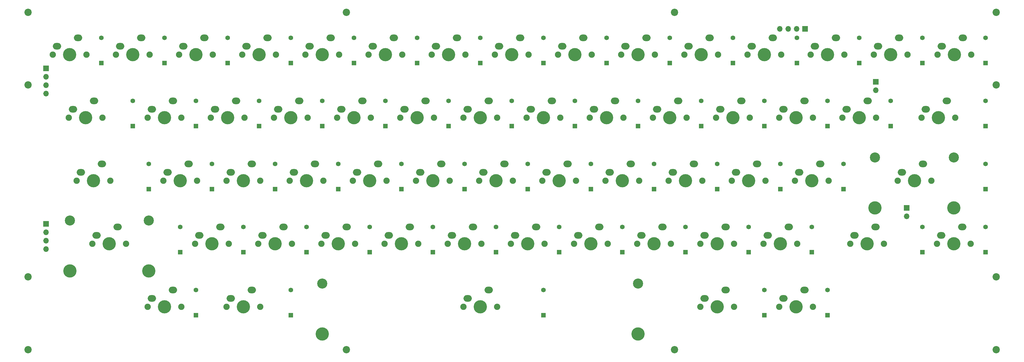
<source format=gbr>
G04 #@! TF.GenerationSoftware,KiCad,Pcbnew,(6.0.11)*
G04 #@! TF.CreationDate,2024-11-25T11:34:00+09:00*
G04 #@! TF.ProjectId,Flame60_PCB_Layer1,466c616d-6536-4305-9f50-43425f4c6179,rev?*
G04 #@! TF.SameCoordinates,Original*
G04 #@! TF.FileFunction,Soldermask,Bot*
G04 #@! TF.FilePolarity,Negative*
%FSLAX46Y46*%
G04 Gerber Fmt 4.6, Leading zero omitted, Abs format (unit mm)*
G04 Created by KiCad (PCBNEW (6.0.11)) date 2024-11-25 11:34:00*
%MOMM*%
%LPD*%
G01*
G04 APERTURE LIST*
%ADD10C,4.000000*%
%ADD11C,1.900000*%
%ADD12O,2.500000X2.000000*%
%ADD13C,2.200000*%
%ADD14C,3.050000*%
%ADD15R,1.397000X1.397000*%
%ADD16C,1.397000*%
%ADD17R,1.700000X1.700000*%
%ADD18O,1.700000X1.700000*%
G04 APERTURE END LIST*
D10*
X345281250Y-130968750D03*
D11*
X350361250Y-130968750D03*
X340201250Y-130968750D03*
D12*
X341471250Y-128428750D03*
X347821250Y-125888750D03*
D11*
X88423750Y-92868750D03*
X78263750Y-92868750D03*
D10*
X83343750Y-92868750D03*
D12*
X79533750Y-90328750D03*
X85883750Y-87788750D03*
D11*
X149701250Y-73818750D03*
X159861250Y-73818750D03*
D10*
X154781250Y-73818750D03*
D12*
X150971250Y-71278750D03*
X157321250Y-68738750D03*
D10*
X85725000Y-111918750D03*
D11*
X80645000Y-111918750D03*
X90805000Y-111918750D03*
D12*
X81915000Y-109378750D03*
X88265000Y-106838750D03*
D13*
X358000000Y-61000000D03*
D10*
X111918750Y-111918750D03*
D11*
X106838750Y-111918750D03*
X116998750Y-111918750D03*
D12*
X108108750Y-109378750D03*
X114458750Y-106838750D03*
D13*
X358000000Y-141000000D03*
D11*
X255111250Y-73818750D03*
D10*
X250031250Y-73818750D03*
D11*
X244951250Y-73818750D03*
D12*
X246221250Y-71278750D03*
X252571250Y-68738750D03*
D10*
X333375000Y-111918750D03*
D14*
X321475000Y-104918750D03*
D10*
X345275000Y-120158750D03*
X321475000Y-120158750D03*
D11*
X338455000Y-111918750D03*
X328295000Y-111918750D03*
D14*
X345275000Y-104918750D03*
D12*
X329565000Y-109378750D03*
X335915000Y-106838750D03*
D10*
X297656250Y-92868750D03*
D11*
X302736250Y-92868750D03*
X292576250Y-92868750D03*
D12*
X293846250Y-90328750D03*
X300196250Y-87788750D03*
D11*
X116363750Y-130968750D03*
D10*
X121443750Y-130968750D03*
D11*
X126523750Y-130968750D03*
D12*
X117633750Y-128428750D03*
X123983750Y-125888750D03*
D11*
X136048750Y-111918750D03*
X125888750Y-111918750D03*
D10*
X130968750Y-111918750D03*
D12*
X127158750Y-109378750D03*
X133508750Y-106838750D03*
D10*
X273843750Y-130968750D03*
D11*
X278923750Y-130968750D03*
X268763750Y-130968750D03*
D12*
X270033750Y-128428750D03*
X276383750Y-125888750D03*
D10*
X140493750Y-130968750D03*
D11*
X135413750Y-130968750D03*
X145573750Y-130968750D03*
D12*
X136683750Y-128428750D03*
X143033750Y-125888750D03*
D13*
X162000000Y-163000000D03*
D11*
X240823750Y-130968750D03*
X230663750Y-130968750D03*
D10*
X235743750Y-130968750D03*
D12*
X231933750Y-128428750D03*
X238283750Y-125888750D03*
D13*
X261000000Y-163000000D03*
X66000000Y-61000000D03*
D10*
X97631250Y-73818750D03*
D11*
X92551250Y-73818750D03*
X102711250Y-73818750D03*
D12*
X93821250Y-71278750D03*
X100171250Y-68738750D03*
D11*
X278288750Y-111918750D03*
D10*
X283368750Y-111918750D03*
D11*
X288448750Y-111918750D03*
D12*
X279558750Y-109378750D03*
X285908750Y-106838750D03*
D11*
X73501250Y-73818750D03*
D10*
X78581250Y-73818750D03*
D11*
X83661250Y-73818750D03*
D12*
X74771250Y-71278750D03*
X81121250Y-68738750D03*
D10*
X164306250Y-92868750D03*
D11*
X159226250Y-92868750D03*
X169386250Y-92868750D03*
D12*
X160496250Y-90328750D03*
X166846250Y-87788750D03*
D11*
X217011250Y-73818750D03*
D10*
X211931250Y-73818750D03*
D11*
X206851250Y-73818750D03*
D12*
X208121250Y-71278750D03*
X214471250Y-68738750D03*
D11*
X216376250Y-92868750D03*
X226536250Y-92868750D03*
D10*
X221456250Y-92868750D03*
D12*
X217646250Y-90328750D03*
X223996250Y-87788750D03*
D11*
X125888750Y-150018750D03*
X136048750Y-150018750D03*
D10*
X130968750Y-150018750D03*
D12*
X127158750Y-147478750D03*
X133508750Y-144938750D03*
D14*
X102387500Y-123968750D03*
D11*
X85407500Y-130968750D03*
D10*
X78587500Y-139208750D03*
X90487500Y-130968750D03*
D14*
X78587500Y-123968750D03*
D11*
X95567500Y-130968750D03*
D10*
X102387500Y-139208750D03*
D12*
X86677500Y-128428750D03*
X93027500Y-125888750D03*
D11*
X283051250Y-73818750D03*
D10*
X288131250Y-73818750D03*
D11*
X293211250Y-73818750D03*
D12*
X284321250Y-71278750D03*
X290671250Y-68738750D03*
D13*
X358000000Y-163000000D03*
X66000000Y-83000000D03*
D10*
X154781250Y-158258750D03*
X250031250Y-158258750D03*
X202406250Y-150018750D03*
D11*
X207486250Y-150018750D03*
D14*
X250031250Y-143018750D03*
D11*
X197326250Y-150018750D03*
D14*
X154781250Y-143018750D03*
D12*
X198596250Y-147478750D03*
X204946250Y-144938750D03*
D10*
X188118750Y-111918750D03*
D11*
X193198750Y-111918750D03*
X183038750Y-111918750D03*
D12*
X184308750Y-109378750D03*
X190658750Y-106838750D03*
D11*
X331311250Y-73818750D03*
D10*
X326231250Y-73818750D03*
D11*
X321151250Y-73818750D03*
D12*
X322421250Y-71278750D03*
X328771250Y-68738750D03*
D11*
X121126250Y-92868750D03*
X131286250Y-92868750D03*
D10*
X126206250Y-92868750D03*
D12*
X122396250Y-90328750D03*
X128746250Y-87788750D03*
D11*
X188436250Y-92868750D03*
D10*
X183356250Y-92868750D03*
D11*
X178276250Y-92868750D03*
D12*
X179546250Y-90328750D03*
X185896250Y-87788750D03*
D10*
X169068750Y-111918750D03*
D11*
X174148750Y-111918750D03*
X163988750Y-111918750D03*
D12*
X165258750Y-109378750D03*
X171608750Y-106838750D03*
D10*
X269081250Y-73818750D03*
D11*
X264001250Y-73818750D03*
X274161250Y-73818750D03*
D12*
X265271250Y-71278750D03*
X271621250Y-68738750D03*
D11*
X140811250Y-73818750D03*
X130651250Y-73818750D03*
D10*
X135731250Y-73818750D03*
D12*
X131921250Y-71278750D03*
X138271250Y-68738750D03*
D11*
X221138750Y-111918750D03*
X231298750Y-111918750D03*
D10*
X226218750Y-111918750D03*
D12*
X222408750Y-109378750D03*
X228758750Y-106838750D03*
D11*
X155098750Y-111918750D03*
X144938750Y-111918750D03*
D10*
X150018750Y-111918750D03*
D12*
X146208750Y-109378750D03*
X152558750Y-106838750D03*
D11*
X221773750Y-130968750D03*
X211613750Y-130968750D03*
D10*
X216693750Y-130968750D03*
D12*
X212883750Y-128428750D03*
X219233750Y-125888750D03*
D10*
X116681250Y-73818750D03*
D11*
X111601250Y-73818750D03*
X121761250Y-73818750D03*
D12*
X112871250Y-71278750D03*
X119221250Y-68738750D03*
D11*
X335474500Y-92868750D03*
D10*
X340554500Y-92868750D03*
D11*
X345634500Y-92868750D03*
D12*
X336744500Y-90328750D03*
X343094500Y-87788750D03*
D10*
X245268750Y-111918750D03*
D11*
X250348750Y-111918750D03*
X240188750Y-111918750D03*
D12*
X241458750Y-109378750D03*
X247808750Y-106838750D03*
D10*
X173831250Y-73818750D03*
D11*
X168751250Y-73818750D03*
X178911250Y-73818750D03*
D12*
X170021250Y-71278750D03*
X176371250Y-68738750D03*
D10*
X273843750Y-150018750D03*
D11*
X278923750Y-150018750D03*
X268763750Y-150018750D03*
D12*
X270033750Y-147478750D03*
X276383750Y-144938750D03*
D11*
X259873750Y-130968750D03*
D10*
X254793750Y-130968750D03*
D11*
X249713750Y-130968750D03*
D12*
X250983750Y-128428750D03*
X257333750Y-125888750D03*
D11*
X197961250Y-73818750D03*
D10*
X192881250Y-73818750D03*
D11*
X187801250Y-73818750D03*
D12*
X189071250Y-71278750D03*
X195421250Y-68738750D03*
D11*
X212248750Y-111918750D03*
D10*
X207168750Y-111918750D03*
D11*
X202088750Y-111918750D03*
D12*
X203358750Y-109378750D03*
X209708750Y-106838750D03*
D10*
X159543750Y-130968750D03*
D11*
X164623750Y-130968750D03*
X154463750Y-130968750D03*
D12*
X155733750Y-128428750D03*
X162083750Y-125888750D03*
D11*
X202723750Y-130968750D03*
X192563750Y-130968750D03*
D10*
X197643750Y-130968750D03*
D12*
X193833750Y-128428750D03*
X200183750Y-125888750D03*
D11*
X321786250Y-92868750D03*
D10*
X316706250Y-92868750D03*
D11*
X311626250Y-92868750D03*
D12*
X312896250Y-90328750D03*
X319246250Y-87788750D03*
D11*
X307498750Y-111918750D03*
D10*
X302418750Y-111918750D03*
D11*
X297338750Y-111918750D03*
D12*
X298608750Y-109378750D03*
X304958750Y-106838750D03*
D13*
X66000000Y-163000000D03*
D11*
X302101250Y-73818750D03*
X312261250Y-73818750D03*
D10*
X307181250Y-73818750D03*
D12*
X303371250Y-71278750D03*
X309721250Y-68738750D03*
D13*
X358000000Y-83000000D03*
D11*
X297973750Y-130968750D03*
D10*
X292893750Y-130968750D03*
D11*
X287813750Y-130968750D03*
D12*
X289083750Y-128428750D03*
X295433750Y-125888750D03*
D10*
X145256250Y-92868750D03*
D11*
X150336250Y-92868750D03*
X140176250Y-92868750D03*
D12*
X141446250Y-90328750D03*
X147796250Y-87788750D03*
D11*
X173513750Y-130968750D03*
X183673750Y-130968750D03*
D10*
X178593750Y-130968750D03*
D12*
X174783750Y-128428750D03*
X181133750Y-125888750D03*
D10*
X240506250Y-92868750D03*
D11*
X245586250Y-92868750D03*
X235426250Y-92868750D03*
D12*
X236696250Y-90328750D03*
X243046250Y-87788750D03*
D11*
X112236250Y-150018750D03*
D10*
X107156250Y-150018750D03*
D11*
X102076250Y-150018750D03*
D12*
X103346250Y-147478750D03*
X109696250Y-144938750D03*
D13*
X66000000Y-141000000D03*
D11*
X197326250Y-92868750D03*
X207486250Y-92868750D03*
D10*
X202406250Y-92868750D03*
D12*
X198596250Y-90328750D03*
X204946250Y-87788750D03*
D10*
X230981250Y-73818750D03*
D11*
X236061250Y-73818750D03*
X225901250Y-73818750D03*
D12*
X227171250Y-71278750D03*
X233521250Y-68738750D03*
D11*
X324167500Y-130968750D03*
D10*
X319087500Y-130968750D03*
D11*
X314007500Y-130968750D03*
D12*
X315277500Y-128428750D03*
X321627500Y-125888750D03*
D13*
X162000000Y-61000000D03*
D11*
X273526250Y-92868750D03*
D10*
X278606250Y-92868750D03*
D11*
X283686250Y-92868750D03*
D12*
X274796250Y-90328750D03*
X281146250Y-87788750D03*
D13*
X261000000Y-61000000D03*
D11*
X254476250Y-92868750D03*
D10*
X259556250Y-92868750D03*
D11*
X264636250Y-92868750D03*
D12*
X255746250Y-90328750D03*
X262096250Y-87788750D03*
D11*
X269398750Y-111918750D03*
X259238750Y-111918750D03*
D10*
X264318750Y-111918750D03*
D12*
X260508750Y-109378750D03*
X266858750Y-106838750D03*
D11*
X102076250Y-92868750D03*
D10*
X107156250Y-92868750D03*
D11*
X112236250Y-92868750D03*
D12*
X103346250Y-90328750D03*
X109696250Y-87788750D03*
D11*
X302736250Y-150018750D03*
X292576250Y-150018750D03*
D10*
X297656250Y-150018750D03*
D12*
X293846250Y-147478750D03*
X300196250Y-144938750D03*
D10*
X345376500Y-73818750D03*
D11*
X350456500Y-73818750D03*
X340296500Y-73818750D03*
D12*
X341566500Y-71278750D03*
X347916500Y-68738750D03*
D15*
X116681250Y-152560000D03*
D16*
X116681250Y-144940000D03*
D15*
X264318750Y-133510000D03*
D16*
X264318750Y-125890000D03*
D15*
X202406250Y-76378750D03*
D16*
X202406250Y-68758750D03*
D15*
X150018750Y-133510000D03*
D16*
X150018750Y-125890000D03*
D15*
X140493750Y-114460000D03*
D16*
X140493750Y-106840000D03*
D15*
X354806250Y-114460000D03*
D16*
X354806250Y-106840000D03*
D15*
X102393750Y-114460000D03*
D16*
X102393750Y-106840000D03*
D15*
X126206250Y-76378750D03*
D16*
X126206250Y-68758750D03*
D15*
X216693750Y-114460000D03*
D16*
X216693750Y-106840000D03*
D15*
X121443750Y-114460000D03*
D16*
X121443750Y-106840000D03*
D15*
X88106250Y-76378750D03*
D16*
X88106250Y-68758750D03*
D15*
X269081250Y-95410000D03*
D16*
X269081250Y-87790000D03*
D15*
X259556250Y-76378750D03*
D16*
X259556250Y-68758750D03*
D17*
X71400000Y-125000000D03*
D18*
X71400000Y-127540000D03*
X71400000Y-130080000D03*
X71400000Y-132620000D03*
D15*
X230981250Y-95410000D03*
D16*
X230981250Y-87790000D03*
D15*
X273843750Y-114460000D03*
D16*
X273843750Y-106840000D03*
D15*
X116681250Y-95410000D03*
D16*
X116681250Y-87790000D03*
D15*
X250031250Y-95410000D03*
D16*
X250031250Y-87790000D03*
D15*
X354806250Y-76378750D03*
D16*
X354806250Y-68758750D03*
D15*
X154781250Y-95410000D03*
D16*
X154781250Y-87790000D03*
D15*
X307181250Y-152560000D03*
D16*
X307181250Y-144940000D03*
D15*
X192881250Y-95410000D03*
D16*
X192881250Y-87790000D03*
D15*
X235743750Y-114460000D03*
D16*
X235743750Y-106840000D03*
D15*
X326231250Y-95410000D03*
D16*
X326231250Y-87790000D03*
D17*
X300355000Y-66043750D03*
D18*
X297815000Y-66043750D03*
X295275000Y-66043750D03*
X292735000Y-66043750D03*
D15*
X188118750Y-133510000D03*
D16*
X188118750Y-125890000D03*
D15*
X197643750Y-114460000D03*
D16*
X197643750Y-106840000D03*
D15*
X130968750Y-133510000D03*
D16*
X130968750Y-125890000D03*
D15*
X278606250Y-76378750D03*
D16*
X278606250Y-68758750D03*
D17*
X71400000Y-78000000D03*
D18*
X71400000Y-80540000D03*
X71400000Y-83080000D03*
X71400000Y-85620000D03*
D15*
X288131250Y-95410000D03*
D16*
X288131250Y-87790000D03*
D15*
X254793750Y-114460000D03*
D16*
X254793750Y-106840000D03*
D15*
X354806250Y-95410000D03*
D16*
X354806250Y-87790000D03*
D15*
X173831250Y-95410000D03*
D16*
X173831250Y-87790000D03*
D15*
X178593750Y-114460000D03*
D16*
X178593750Y-106840000D03*
D15*
X307181250Y-95410000D03*
D16*
X307181250Y-87790000D03*
D15*
X335756250Y-76378750D03*
D16*
X335756250Y-68758750D03*
D15*
X164306250Y-76378750D03*
D16*
X164306250Y-68758750D03*
D17*
X321700000Y-82000000D03*
D18*
X321700000Y-84540000D03*
D15*
X297906250Y-76378750D03*
D16*
X297906250Y-68758750D03*
D15*
X240506250Y-76378750D03*
D16*
X240506250Y-68758750D03*
D15*
X292893750Y-114460000D03*
D16*
X292893750Y-106840000D03*
D15*
X97631250Y-95410000D03*
D16*
X97631250Y-87790000D03*
D17*
X330993750Y-120113750D03*
D18*
X330993750Y-122653750D03*
D15*
X335756250Y-133510000D03*
D16*
X335756250Y-125890000D03*
D15*
X226218750Y-133510000D03*
D16*
X226218750Y-125890000D03*
D15*
X183356250Y-76378750D03*
D16*
X183356250Y-68758750D03*
D15*
X111918750Y-133510000D03*
D16*
X111918750Y-125890000D03*
D15*
X221456250Y-76378750D03*
D16*
X221456250Y-68758750D03*
D15*
X302418750Y-133510000D03*
D16*
X302418750Y-125890000D03*
D15*
X107156250Y-76378750D03*
D16*
X107156250Y-68758750D03*
D15*
X316706250Y-76378750D03*
D16*
X316706250Y-68758750D03*
D15*
X283368750Y-133510000D03*
D16*
X283368750Y-125890000D03*
D15*
X159543750Y-114460000D03*
D16*
X159543750Y-106840000D03*
D15*
X145256250Y-152560000D03*
D16*
X145256250Y-144940000D03*
D15*
X145256250Y-76378750D03*
D16*
X145256250Y-68758750D03*
D15*
X311943750Y-114460000D03*
D16*
X311943750Y-106840000D03*
D15*
X221456250Y-152560000D03*
D16*
X221456250Y-144940000D03*
D15*
X288131250Y-152560000D03*
D16*
X288131250Y-144940000D03*
D15*
X169068750Y-133510000D03*
D16*
X169068750Y-125890000D03*
D15*
X354806250Y-133510000D03*
D16*
X354806250Y-125890000D03*
D15*
X245268750Y-133510000D03*
D16*
X245268750Y-125890000D03*
D15*
X135731250Y-95410000D03*
D16*
X135731250Y-87790000D03*
D15*
X207168750Y-133510000D03*
D16*
X207168750Y-125890000D03*
D15*
X211931250Y-95410000D03*
D16*
X211931250Y-87790000D03*
M02*

</source>
